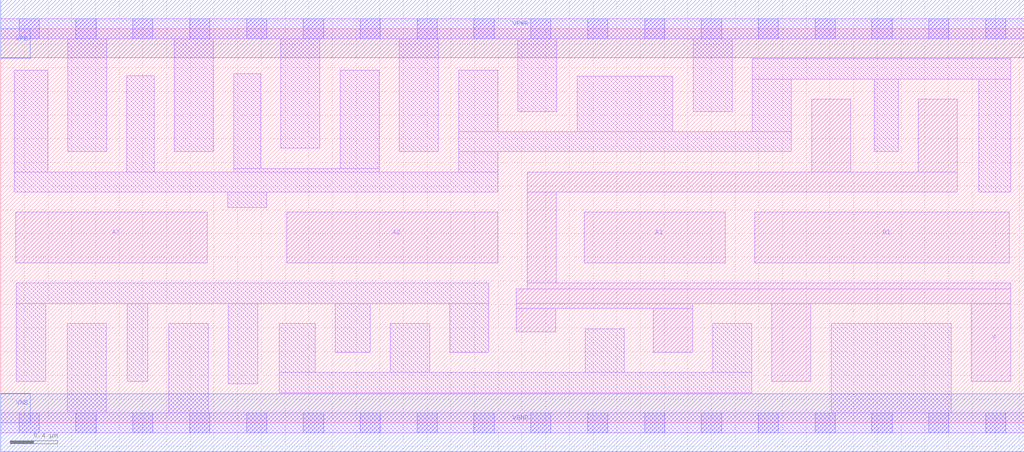
<source format=lef>
# Copyright 2020 The SkyWater PDK Authors
#
# Licensed under the Apache License, Version 2.0 (the "License");
# you may not use this file except in compliance with the License.
# You may obtain a copy of the License at
#
#     https://www.apache.org/licenses/LICENSE-2.0
#
# Unless required by applicable law or agreed to in writing, software
# distributed under the License is distributed on an "AS IS" BASIS,
# WITHOUT WARRANTIES OR CONDITIONS OF ANY KIND, either express or implied.
# See the License for the specific language governing permissions and
# limitations under the License.
#
# SPDX-License-Identifier: Apache-2.0

VERSION 5.5 ;
NAMESCASESENSITIVE ON ;
BUSBITCHARS "[]" ;
DIVIDERCHAR "/" ;
MACRO sky130_fd_sc_ms__a31oi_4
  CLASS CORE ;
  SOURCE USER ;
  ORIGIN  0.000000  0.000000 ;
  SIZE  8.640000 BY  3.330000 ;
  SYMMETRY X Y ;
  SITE unit ;
  PIN A1
    ANTENNAGATEAREA  1.116000 ;
    DIRECTION INPUT ;
    USE SIGNAL ;
    PORT
      LAYER li1 ;
        RECT 4.925000 1.350000 6.115000 1.780000 ;
    END
  END A1
  PIN A2
    ANTENNAGATEAREA  1.116000 ;
    DIRECTION INPUT ;
    USE SIGNAL ;
    PORT
      LAYER li1 ;
        RECT 2.415000 1.350000 4.195000 1.780000 ;
    END
  END A2
  PIN A3
    ANTENNAGATEAREA  1.116000 ;
    DIRECTION INPUT ;
    USE SIGNAL ;
    PORT
      LAYER li1 ;
        RECT 0.125000 1.350000 1.745000 1.780000 ;
    END
  END A3
  PIN B1
    ANTENNAGATEAREA  0.894000 ;
    DIRECTION INPUT ;
    USE SIGNAL ;
    PORT
      LAYER li1 ;
        RECT 6.365000 1.350000 8.515000 1.780000 ;
    END
  END B1
  PIN Y
    ANTENNADIFFAREA  1.621350 ;
    DIRECTION OUTPUT ;
    USE SIGNAL ;
    PORT
      LAYER li1 ;
        RECT 4.350000 0.770000 4.685000 0.965000 ;
        RECT 4.350000 0.965000 5.840000 1.010000 ;
        RECT 4.350000 1.010000 8.525000 1.130000 ;
        RECT 4.445000 1.130000 8.525000 1.180000 ;
        RECT 4.445000 1.180000 4.690000 1.950000 ;
        RECT 4.445000 1.950000 8.075000 2.120000 ;
        RECT 5.510000 0.595000 5.840000 0.965000 ;
        RECT 6.510000 0.350000 6.840000 1.010000 ;
        RECT 6.845000 2.120000 7.175000 2.735000 ;
        RECT 7.745000 2.120000 8.075000 2.735000 ;
        RECT 8.195000 0.350000 8.525000 1.010000 ;
    END
  END Y
  PIN VGND
    DIRECTION INOUT ;
    USE GROUND ;
    PORT
      LAYER met1 ;
        RECT 0.000000 -0.245000 8.640000 0.245000 ;
    END
  END VGND
  PIN VNB
    DIRECTION INOUT ;
    USE GROUND ;
    PORT
      LAYER met1 ;
        RECT 0.000000 0.000000 0.250000 0.250000 ;
    END
  END VNB
  PIN VPB
    DIRECTION INOUT ;
    USE POWER ;
    PORT
      LAYER met1 ;
        RECT 0.000000 3.080000 0.250000 3.330000 ;
    END
  END VPB
  PIN VPWR
    DIRECTION INOUT ;
    USE POWER ;
    PORT
      LAYER met1 ;
        RECT 0.000000 3.085000 8.640000 3.575000 ;
    END
  END VPWR
  OBS
    LAYER li1 ;
      RECT 0.000000 -0.085000 8.640000 0.085000 ;
      RECT 0.000000  3.245000 8.640000 3.415000 ;
      RECT 0.115000  1.950000 4.195000 2.120000 ;
      RECT 0.115000  2.120000 0.395000 2.980000 ;
      RECT 0.130000  0.350000 0.380000 1.010000 ;
      RECT 0.130000  1.010000 4.120000 1.180000 ;
      RECT 0.560000  0.085000 0.890000 0.840000 ;
      RECT 0.565000  2.290000 0.895000 3.245000 ;
      RECT 1.065000  2.120000 1.295000 2.935000 ;
      RECT 1.070000  0.350000 1.240000 1.010000 ;
      RECT 1.420000  0.085000 1.750000 0.840000 ;
      RECT 1.465000  2.290000 1.795000 3.245000 ;
      RECT 1.915000  1.820000 2.245000 1.950000 ;
      RECT 1.920000  0.330000 2.170000 1.010000 ;
      RECT 1.965000  2.120000 3.195000 2.150000 ;
      RECT 1.965000  2.150000 2.195000 2.950000 ;
      RECT 2.350000  0.255000 6.340000 0.425000 ;
      RECT 2.350000  0.425000 2.655000 0.840000 ;
      RECT 2.365000  2.320000 2.695000 3.245000 ;
      RECT 2.825000  0.595000 3.120000 1.010000 ;
      RECT 2.865000  2.150000 3.195000 2.980000 ;
      RECT 3.290000  0.425000 3.620000 0.840000 ;
      RECT 3.365000  2.290000 3.695000 3.245000 ;
      RECT 3.790000  0.595000 4.120000 1.010000 ;
      RECT 3.865000  2.120000 4.195000 2.290000 ;
      RECT 3.865000  2.290000 6.675000 2.460000 ;
      RECT 3.865000  2.460000 4.195000 2.980000 ;
      RECT 4.365000  2.630000 4.695000 3.245000 ;
      RECT 4.865000  2.460000 5.675000 2.930000 ;
      RECT 4.935000  0.425000 5.265000 0.795000 ;
      RECT 5.845000  2.630000 6.175000 3.245000 ;
      RECT 6.010000  0.425000 6.340000 0.840000 ;
      RECT 6.345000  2.460000 6.675000 2.905000 ;
      RECT 6.345000  2.905000 8.525000 3.075000 ;
      RECT 7.010000  0.085000 8.025000 0.840000 ;
      RECT 7.375000  2.290000 7.575000 2.905000 ;
      RECT 8.255000  1.950000 8.525000 2.905000 ;
    LAYER mcon ;
      RECT 0.155000 -0.085000 0.325000 0.085000 ;
      RECT 0.155000  3.245000 0.325000 3.415000 ;
      RECT 0.635000 -0.085000 0.805000 0.085000 ;
      RECT 0.635000  3.245000 0.805000 3.415000 ;
      RECT 1.115000 -0.085000 1.285000 0.085000 ;
      RECT 1.115000  3.245000 1.285000 3.415000 ;
      RECT 1.595000 -0.085000 1.765000 0.085000 ;
      RECT 1.595000  3.245000 1.765000 3.415000 ;
      RECT 2.075000 -0.085000 2.245000 0.085000 ;
      RECT 2.075000  3.245000 2.245000 3.415000 ;
      RECT 2.555000 -0.085000 2.725000 0.085000 ;
      RECT 2.555000  3.245000 2.725000 3.415000 ;
      RECT 3.035000 -0.085000 3.205000 0.085000 ;
      RECT 3.035000  3.245000 3.205000 3.415000 ;
      RECT 3.515000 -0.085000 3.685000 0.085000 ;
      RECT 3.515000  3.245000 3.685000 3.415000 ;
      RECT 3.995000 -0.085000 4.165000 0.085000 ;
      RECT 3.995000  3.245000 4.165000 3.415000 ;
      RECT 4.475000 -0.085000 4.645000 0.085000 ;
      RECT 4.475000  3.245000 4.645000 3.415000 ;
      RECT 4.955000 -0.085000 5.125000 0.085000 ;
      RECT 4.955000  3.245000 5.125000 3.415000 ;
      RECT 5.435000 -0.085000 5.605000 0.085000 ;
      RECT 5.435000  3.245000 5.605000 3.415000 ;
      RECT 5.915000 -0.085000 6.085000 0.085000 ;
      RECT 5.915000  3.245000 6.085000 3.415000 ;
      RECT 6.395000 -0.085000 6.565000 0.085000 ;
      RECT 6.395000  3.245000 6.565000 3.415000 ;
      RECT 6.875000 -0.085000 7.045000 0.085000 ;
      RECT 6.875000  3.245000 7.045000 3.415000 ;
      RECT 7.355000 -0.085000 7.525000 0.085000 ;
      RECT 7.355000  3.245000 7.525000 3.415000 ;
      RECT 7.835000 -0.085000 8.005000 0.085000 ;
      RECT 7.835000  3.245000 8.005000 3.415000 ;
      RECT 8.315000 -0.085000 8.485000 0.085000 ;
      RECT 8.315000  3.245000 8.485000 3.415000 ;
  END
END sky130_fd_sc_ms__a31oi_4

</source>
